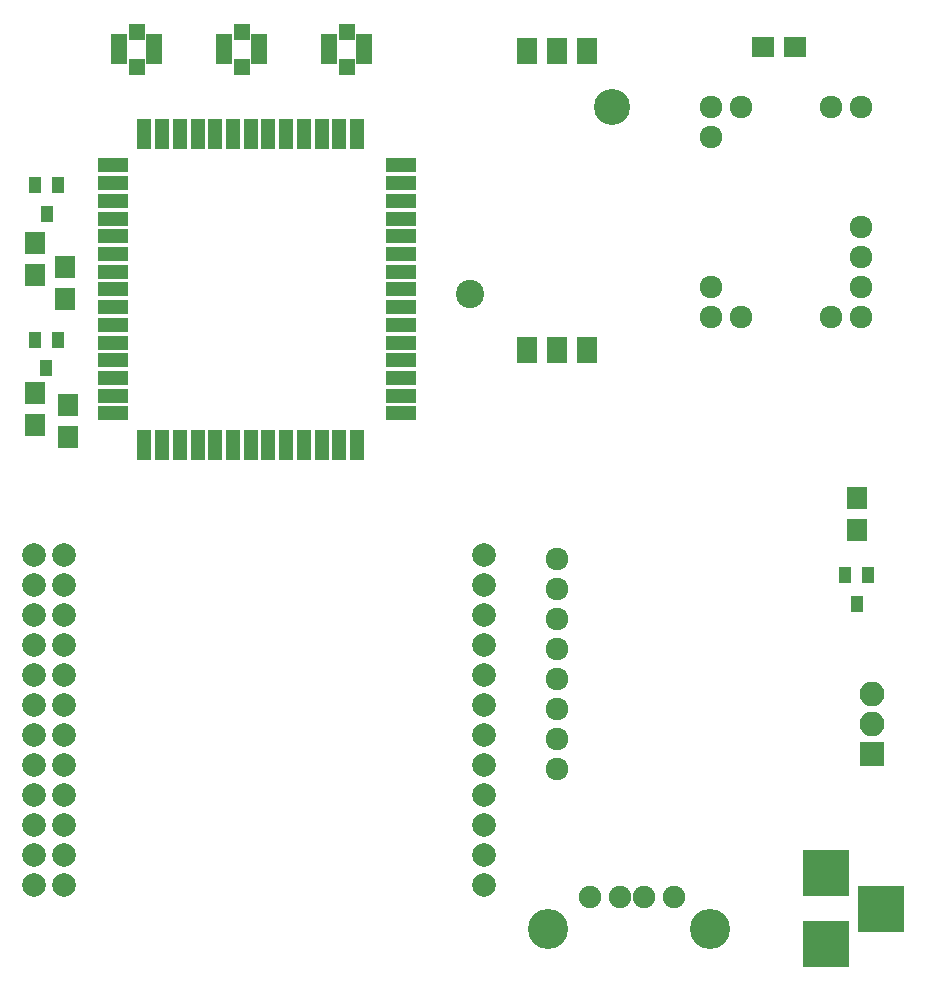
<source format=gts>
G04 #@! TF.FileFunction,Soldermask,Top*
%FSLAX46Y46*%
G04 Gerber Fmt 4.6, Leading zero omitted, Abs format (unit mm)*
G04 Created by KiCad (PCBNEW 4.0.7) date *
%MOMM*%
%LPD*%
G01*
G04 APERTURE LIST*
%ADD10C,0.100000*%
%ADD11C,2.000000*%
%ADD12R,1.700000X1.900000*%
%ADD13R,1.800000X2.200000*%
%ADD14C,2.400000*%
%ADD15C,3.050000*%
%ADD16C,1.900000*%
%ADD17C,3.400000*%
%ADD18R,1.450000X2.600000*%
%ADD19R,1.400000X1.400000*%
%ADD20R,3.900000X3.900000*%
%ADD21R,1.000000X1.400000*%
%ADD22R,1.900000X1.700000*%
%ADD23R,2.500000X1.300000*%
%ADD24R,1.300000X2.500000*%
%ADD25R,2.100000X2.100000*%
%ADD26O,2.100000X2.100000*%
%ADD27C,1.924000*%
G04 APERTURE END LIST*
D10*
D11*
X111950000Y-105030000D03*
X114490000Y-105030000D03*
X111950000Y-107570000D03*
X114490000Y-107570000D03*
X111950000Y-110110000D03*
X111950000Y-112650000D03*
X111950000Y-115190000D03*
X111950000Y-117730000D03*
X111950000Y-120270000D03*
X111950000Y-122810000D03*
X111950000Y-125350000D03*
X111950000Y-127890000D03*
X111950000Y-130430000D03*
X111950000Y-132970000D03*
X114490000Y-110110000D03*
X114490000Y-112650000D03*
X114490000Y-115190000D03*
X114490000Y-117730000D03*
X114490000Y-120270000D03*
X114490000Y-122810000D03*
X114490000Y-125350000D03*
X114490000Y-127890000D03*
X114490000Y-130430000D03*
X114490000Y-132970000D03*
X150050000Y-105030000D03*
X150050000Y-107570000D03*
X150050000Y-110110000D03*
X150050000Y-112650000D03*
X150050000Y-115190000D03*
X150050000Y-117730000D03*
X150050000Y-120270000D03*
X150050000Y-122810000D03*
X150050000Y-125350000D03*
X150050000Y-127890000D03*
X150050000Y-130430000D03*
X150050000Y-132970000D03*
D12*
X112014000Y-78660000D03*
X112014000Y-81360000D03*
X112014000Y-91360000D03*
X112014000Y-94060000D03*
D13*
X158810000Y-87650000D03*
X156270000Y-87650000D03*
X153730000Y-87650000D03*
X158810000Y-62350000D03*
X156270000Y-62350000D03*
X153730000Y-62350000D03*
D14*
X148910000Y-82900000D03*
D15*
X160910000Y-67100000D03*
D16*
X166110000Y-134000000D03*
X163570000Y-134000000D03*
X161540000Y-134000000D03*
X159000000Y-134000000D03*
D17*
X169160000Y-136670000D03*
X155440000Y-136670000D03*
D18*
X119175000Y-62230000D03*
X122125000Y-62230000D03*
D19*
X120650000Y-60730000D03*
X120650000Y-63730000D03*
D18*
X136955000Y-62230000D03*
X139905000Y-62230000D03*
D19*
X138430000Y-60730000D03*
X138430000Y-63730000D03*
D18*
X128065000Y-62230000D03*
X131015000Y-62230000D03*
D19*
X129540000Y-60730000D03*
X129540000Y-63730000D03*
D20*
X179000000Y-132000000D03*
X179000000Y-138000000D03*
X183700000Y-135000000D03*
D21*
X113985000Y-73730000D03*
X112075000Y-73730000D03*
X113030000Y-76130000D03*
X113955000Y-86800000D03*
X112045000Y-86800000D03*
X113000000Y-89200000D03*
X182565000Y-106750000D03*
X180655000Y-106750000D03*
X181610000Y-109150000D03*
D22*
X176350000Y-62000000D03*
X173650000Y-62000000D03*
D12*
X181610000Y-100250000D03*
X181610000Y-102950000D03*
X114554000Y-83392000D03*
X114554000Y-80692000D03*
X114808000Y-95076000D03*
X114808000Y-92376000D03*
D23*
X118610000Y-72050000D03*
X118610000Y-73550000D03*
X118610000Y-75050000D03*
X118610000Y-76550000D03*
X118610000Y-78050000D03*
X118610000Y-79550000D03*
X118610000Y-81050000D03*
X118610000Y-82550000D03*
X118610000Y-84050000D03*
X118610000Y-85550000D03*
X118610000Y-87050000D03*
X118610000Y-88550000D03*
X118610000Y-90050000D03*
X118610000Y-91550000D03*
X118610000Y-93050000D03*
D24*
X121310000Y-95750000D03*
X122810000Y-95750000D03*
X124310000Y-95750000D03*
X125810000Y-95750000D03*
X127310000Y-95750000D03*
X128810000Y-95750000D03*
X130310000Y-95750000D03*
X131810000Y-95750000D03*
X133310000Y-95750000D03*
X134810000Y-95750000D03*
X136310000Y-95750000D03*
X137810000Y-95750000D03*
X139310000Y-95750000D03*
D23*
X143010000Y-93050000D03*
X143010000Y-91550000D03*
X143010000Y-90050000D03*
X143010000Y-88550000D03*
X143010000Y-87050000D03*
X143010000Y-85550000D03*
X143010000Y-84050000D03*
X143010000Y-82550000D03*
X143010000Y-81050000D03*
X143010000Y-79550000D03*
X143010000Y-78050000D03*
X143010000Y-76550000D03*
X143010000Y-75050000D03*
X143010000Y-73550000D03*
X143010000Y-72050000D03*
D24*
X139310000Y-69350000D03*
X137810000Y-69350000D03*
X136310000Y-69350000D03*
X134810000Y-69350000D03*
X133310000Y-69350000D03*
X131810000Y-69350000D03*
X130310000Y-69350000D03*
X128810000Y-69350000D03*
X127310000Y-69350000D03*
X125810000Y-69350000D03*
X124310000Y-69350000D03*
X122810000Y-69350000D03*
X121310000Y-69350000D03*
D25*
X182880000Y-121920000D03*
D26*
X182880000Y-119380000D03*
X182880000Y-116840000D03*
D27*
X156210000Y-123190000D03*
X156210000Y-120650000D03*
X156210000Y-118110000D03*
X156210000Y-115570000D03*
X156210000Y-113030000D03*
X156210000Y-110490000D03*
X156210000Y-107950000D03*
X156210000Y-105410000D03*
X169270000Y-84890000D03*
X171810000Y-84890000D03*
X179430000Y-84890000D03*
X181970000Y-84890000D03*
X181970000Y-82350000D03*
X181970000Y-79810000D03*
X181970000Y-77270000D03*
X181970000Y-67110000D03*
X179430000Y-67110000D03*
X171810000Y-67110000D03*
X169270000Y-67110000D03*
X169270000Y-69650000D03*
X169270000Y-82350000D03*
M02*

</source>
